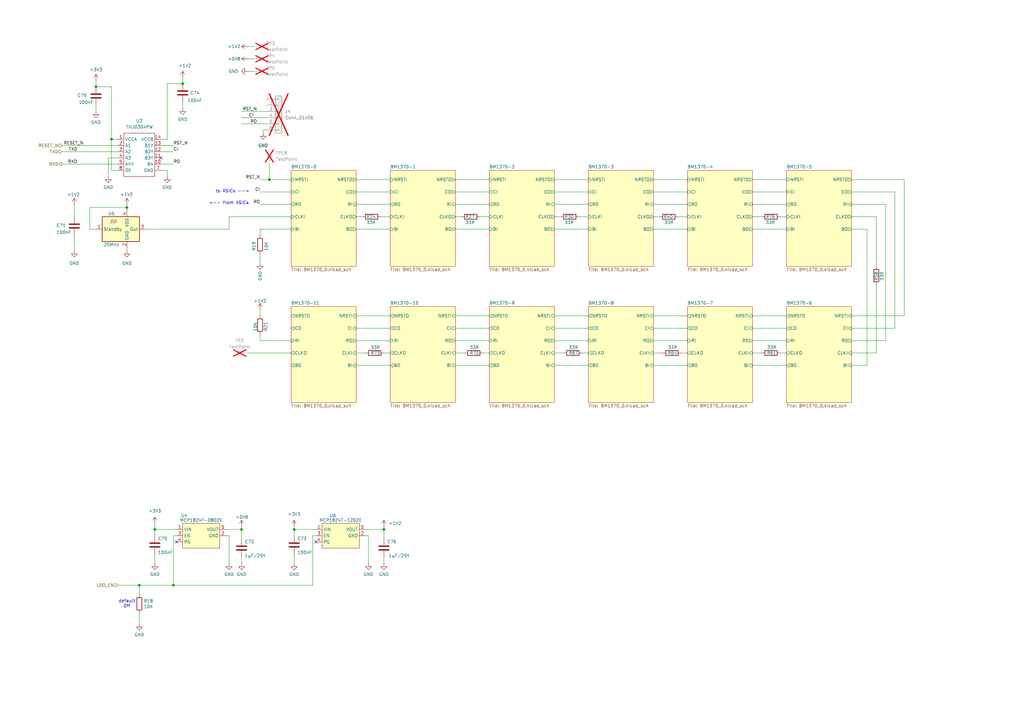
<source format=kicad_sch>
(kicad_sch (version 20231120) (generator "eeschema") (generator_version "8.0")
  (paper "A3")
  (title_block (title "BM1366 PiAxe") (date "2023-10-10") (rev "202"))
  (lib_symbols
    (symbol "Connector:TestPoint" (pin_numbers hide) (pin_names (offset 0.762) hide)
      (property "Reference" "TP" (at 0 6.858 0))
      (property "Value" "TestPoint" (at 0 5.08 0))
      (symbol "TestPoint_0_1"
        (circle (center 0 3.302) (radius 0.762))
      )
      (symbol "TestPoint_1_1"
        (pin passive line (at 0 0 90) (length 2.54) (name "1") (number "1"))
      )
    )
    (symbol "Connector_Generic:Conn_01x06" (pin_names (offset 1.016) hide)
      (property "Reference" "J" (at 0 7.62 0))
      (property "Value" "Conn_01x06" (at 0 -10.16 0))
      (symbol "Conn_01x06_1_1"
        (rectangle (start -1.27 -7.493) (end 0 -7.747) (stroke (width 0.1524)))
        (rectangle (start -1.27 -4.953) (end 0 -5.207) (stroke (width 0.1524)))
        (rectangle (start -1.27 -2.413) (end 0 -2.667) (stroke (width 0.1524)))
        (rectangle (start -1.27 0.127) (end 0 -0.127) (stroke (width 0.1524)))
        (rectangle (start -1.27 2.667) (end 0 2.413) (stroke (width 0.1524)))
        (rectangle (start -1.27 5.207) (end 0 4.953) (stroke (width 0.1524)))
        (rectangle (start -1.27 6.35) (end 1.27 -8.89) (stroke (width 0.254)) (fill (type background)))
        (pin passive line (at -5.08 5.08 0) (length 3.81) (name "Pin_1") (number "1"))
        (pin passive line (at -5.08 2.54 0) (length 3.81) (name "Pin_2") (number "2"))
        (pin passive line (at -5.08 0 0) (length 3.81) (name "Pin_3") (number "3"))
        (pin passive line (at -5.08 -2.54 0) (length 3.81) (name "Pin_4") (number "4"))
        (pin passive line (at -5.08 -5.08 0) (length 3.81) (name "Pin_5") (number "5"))
        (pin passive line (at -5.08 -7.62 0) (length 3.81) (name "Pin_6") (number "6"))
      )
    )
    (symbol "Device:C" (pin_numbers hide) (pin_names (offset 0.254))
      (property "Reference" "C" (at 0.635 2.54 0))
      (property "Value" "C" (at 0.635 -2.54 0))
      (symbol "C_0_1"
        (polyline (pts (xy -2.032 -0.762) (xy 2.032 -0.762)) (stroke (width 0.508)))
        (polyline (pts (xy -2.032 0.762) (xy 2.032 0.762)) (stroke (width 0.508)))
      )
      (symbol "C_1_1"
        (pin passive line (at 0 3.81 270) (length 2.794) (name "~") (number "1"))
        (pin passive line (at 0 -3.81 90) (length 2.794) (name "~") (number "2"))
      )
    )
    (symbol "Device:R" (pin_numbers hide) (pin_names (offset 0))
      (property "Reference" "R" (at 2.032 0 90))
      (property "Value" "R" (at 0 0 90))
      (symbol "R_0_1"
        (rectangle (start -1.016 -2.54) (end 1.016 2.54) (stroke (width 0.254)))
      )
      (symbol "R_1_1"
        (pin passive line (at 0 3.81 270) (length 1.27) (name "~") (number "1"))
        (pin passive line (at 0 -3.81 90) (length 1.27) (name "~") (number "2"))
      )
    )
    (symbol "GND_2" (power) (pin_names (offset 0))
      (property "Value" "GND_2" (at 0 -3.81 0))
      (symbol "GND_2_0_1"
        (polyline (pts (xy 0 0) (xy 0 -1.27) (xy 1.27 -1.27) (xy 0 -2.54) (xy -1.27 -1.27) (xy 0 -1.27)))
      )
      (symbol "GND_2_1_1"
        (pin power_in line (at 0 0 270) (length 0) hide (name "GND") (number "1"))
      )
    )
    (symbol "GND_3" (power) (pin_names (offset 0))
      (property "Value" "GND_3" (at 0 -3.81 0))
      (symbol "GND_3_0_1"
        (polyline (pts (xy 0 0) (xy 0 -1.27) (xy 1.27 -1.27) (xy 0 -2.54) (xy -1.27 -1.27) (xy 0 -1.27)))
      )
      (symbol "GND_3_1_1"
        (pin power_in line (at 0 0 270) (length 0) hide (name "GND") (number "1"))
      )
    )
    (symbol "GND_4" (power) (pin_names (offset 0))
      (property "Value" "GND_4" (at 0 -3.81 0))
      (symbol "GND_4_0_1"
        (polyline (pts (xy 0 0) (xy 0 -1.27) (xy 1.27 -1.27) (xy 0 -2.54) (xy -1.27 -1.27) (xy 0 -1.27)))
      )
      (symbol "GND_4_1_1"
        (pin power_in line (at 0 0 270) (length 0) hide (name "GND") (number "1"))
      )
    )
    (symbol "GND_5" (power) (pin_names (offset 0))
      (property "Value" "GND_5" (at 0 -3.81 0))
      (symbol "GND_5_0_1"
        (polyline (pts (xy 0 0) (xy 0 -1.27) (xy 1.27 -1.27) (xy 0 -2.54) (xy -1.27 -1.27) (xy 0 -1.27)))
      )
      (symbol "GND_5_1_1"
        (pin power_in line (at 0 0 270) (length 0) hide (name "GND") (number "1"))
      )
    )
    (symbol "GND_8" (power) (pin_names (offset 0))
      (property "Value" "GND_8" (at 0 -3.81 0))
      (symbol "GND_8_0_1"
        (polyline (pts (xy 0 0) (xy 0 -1.27) (xy 1.27 -1.27) (xy 0 -2.54) (xy -1.27 -1.27) (xy 0 -1.27)))
      )
      (symbol "GND_8_1_1"
        (pin power_in line (at 0 0 270) (length 0) hide (name "GND") (number "1"))
      )
    )
    (symbol "MCP1824_1"
      (property "Reference" "U4" (at -6.985 6.985 0))
      (property "Value" "MCP1824T-0802E" (at 0 5.08 0))
      (symbol "MCP1824_1_0_1"
        (rectangle (start -7.62 3.81) (end 7.62 -6.35) (stroke (width 0.1524)) (fill (type background)))
      )
      (symbol "MCP1824_1_1_0"
        (pin power_in line (at -10.16 1.27 0) (length 2.54) (name "VIN") (number "1"))
        (pin power_in line (at 10.16 -1.27 180) (length 2.54) (name "GND") (number "2"))
        (pin input line (at -10.16 -1.27 0) (length 2.54) (name "EN") (number "3"))
        (pin bidirectional line (at -10.16 -3.81 0) (length 2.54) (name "PG") (number "4"))
        (pin power_out line (at 10.16 1.27 180) (length 2.54) (name "VOUT") (number "5"))
      )
    )
    (symbol "Oscillator:ASDMB-xxxMHz"
      (property "Reference" "U" (at -6.35 6.35 0))
      (property "Value" "ASDMB-xxxMHz" (at 11.43 6.35 0))
      (symbol "ASDMB-xxxMHz_1_1"
        (rectangle (start -7.62 5.08) (end 7.62 -5.08) (stroke (width 0.254)) (fill (type background)))
        (polyline (pts (xy -4.445 2.54) (xy -3.81 2.54) (xy -3.81 3.81) (xy -3.175 3.81) (xy -3.175 2.54) (xy -2.54 2.54) (xy -2.54 3.81) (xy -1.905 3.81) (xy -1.905 2.54)))
        (pin input line (at -10.16 0 0) (length 2.54) (name "Standby") (number "1"))
        (pin power_in line (at 2.54 -7.62 90) (length 2.54) (name "GND") (number "2"))
        (pin output line (at 10.16 0 180) (length 2.54) (name "Out") (number "3"))
        (pin power_in line (at 2.54 7.62 270) (length 2.54) (name "VDD") (number "4"))
      )
    )
    (symbol "bitaxe:MCP1824"
      (property "Reference" "U7" (at -3.175 6.985 0))
      (property "Value" "MCP1824T-1802E" (at 0 5.08 0))
      (symbol "MCP1824_0_1"
        (rectangle (start -7.62 3.81) (end 7.62 -6.35) (stroke (width 0.1524)) (fill (type background)))
      )
      (symbol "MCP1824_1_0"
        (pin power_in line (at -10.16 1.27 0) (length 2.54) (name "VIN") (number "1"))
        (pin power_in line (at 10.16 -1.27 180) (length 2.54) (name "GND") (number "2"))
        (pin input line (at -10.16 -1.27 0) (length 2.54) (name "EN") (number "3"))
        (pin bidirectional line (at -10.16 -3.81 0) (length 2.54) (name "PG") (number "4"))
        (pin power_out line (at 10.16 1.27 180) (length 2.54) (name "VOUT") (number "5"))
      )
    )
    (symbol "mylib7:+0V8" (power) (exclude_from_sim yes) (in_bom no) (on_board no)
      (property "Value" "+0V8" (at 0 3.175 90))
      (symbol "+0V8_0_1"
        (polyline (pts (xy -0.762 1.27) (xy 0 2.54)))
        (polyline (pts (xy 0 0) (xy 0 2.54)))
        (polyline (pts (xy 0 2.54) (xy 0.762 1.27)))
      )
      (symbol "+0V8_1_1"
        (pin power_in line (at 0 0 90) (length 0) hide (name "+0V8") (number "1"))
      )
    )
    (symbol "mylib7:TXU0304"
      (property "Reference" "U" (at -1.27 8.382 0))
      (property "Value" "TXU0304PW" (at -10.16 2.54 0))
      (symbol "TXU0304_0_1"
        (rectangle (start -7.62 7.62) (end 5.08 -10.16))
      )
      (symbol "TXU0304_1_1"
        (pin power_in line (at -10.16 5.08 0) (length 2.54) (name "VCCA") (number "1"))
        (pin input line (at 7.62 -5.08 180) (length 2.54) (name "B4") (number "10"))
        (pin output line (at 7.62 -2.54 180) (length 2.54) (name "B3Y") (number "11"))
        (pin output line (at 7.62 0 180) (length 2.54) (name "B2Y") (number "12"))
        (pin output line (at 7.62 2.54 180) (length 2.54) (name "B1Y") (number "13"))
        (pin power_in line (at 7.62 5.08 180) (length 2.54) (name "VCCB") (number "14"))
        (pin input line (at -10.16 2.54 0) (length 2.54) (name "A1") (number "2"))
        (pin input line (at -10.16 0 0) (length 2.54) (name "A2") (number "3"))
        (pin input line (at -10.16 -2.54 0) (length 2.54) (name "A3") (number "4"))
        (pin output line (at -10.16 -5.08 0) (length 2.54) (name "A4Y") (number "5"))
        (pin passive line (at 7.62 -7.62 180) (length 2.54) (name "GND") (number "7"))
        (pin input line (at -10.16 -7.62 0) (length 2.54) (name "OE") (number "8"))
      )
    )
    (symbol "power:+1V2" (power) (pin_numbers hide) (pin_names (offset 0) hide)
      (property "Value" "+1V2" (at 0 3.556 0))
      (symbol "+1V2_0_1"
        (polyline (pts (xy -0.762 1.27) (xy 0 2.54)))
        (polyline (pts (xy 0 0) (xy 0 2.54)))
        (polyline (pts (xy 0 2.54) (xy 0.762 1.27)))
      )
      (symbol "+1V2_1_1"
        (pin power_in line (at 0 0 90) (length 0) (name "~") (number "1"))
      )
    )
    (symbol "power:+3V3" (power) (pin_names (offset 0))
      (property "Value" "+3V3" (at 0 3.556 0))
      (symbol "+3V3_0_1"
        (polyline (pts (xy -0.762 1.27) (xy 0 2.54)))
        (polyline (pts (xy 0 0) (xy 0 2.54)))
        (polyline (pts (xy 0 2.54) (xy 0.762 1.27)))
      )
      (symbol "+3V3_1_1"
        (pin power_in line (at 0 0 90) (length 0) hide (name "+3V3") (number "1"))
      )
    )
    (symbol "power:GND" (power) (pin_names (offset 0))
      (property "Value" "GND" (at 0 -3.81 0))
      (symbol "GND_0_1"
        (polyline (pts (xy 0 0) (xy 0 -1.27) (xy 1.27 -1.27) (xy 0 -2.54) (xy -1.27 -1.27) (xy 0 -1.27)))
      )
      (symbol "GND_1_1"
        (pin power_in line (at 0 0 270) (length 0) hide (name "GND") (number "1"))
      )
    )
  )
  (junction (at 63.5 217.17) (diameter 0.9144))
  (junction (at 39.37 35.56))
  (junction (at 45.72 57.15))
  (junction (at 120.65 217.17) (diameter 0.9144))
  (junction (at 157.48 217.17))
  (junction (at 52.07 85.09))
  (junction (at 99.06 217.17) (diameter 0.9144))
  (junction (at 74.93 34.29))
  (junction (at 110.49 73.66))
  (junction (at 57.15 240.03))
  (junction (at 71.12 240.03))
  (no_connect (at 66.04 64.77))
  (no_connect (at 129.54 222.25))
  (no_connect (at 72.39 222.25))
  (wire (pts (xy 227.33 139.7) (xy 241.3 139.7)))
  (wire (pts (xy 52.07 85.09) (xy 52.07 86.36)))
  (wire (pts (xy 186.69 93.98) (xy 200.66 93.98)))
  (wire (pts (xy 267.97 88.9) (xy 270.51 88.9)))
  (wire (pts (xy 93.98 93.98) (xy 93.98 88.9)))
  (wire (pts (xy 186.69 78.74) (xy 200.66 78.74)))
  (wire (pts (xy 52.07 83.82) (xy 52.07 85.09)))
  (wire (pts (xy 363.22 83.82) (xy 363.22 139.7)))
  (wire (pts (xy 355.6 93.98) (xy 355.6 149.86)))
  (wire (pts (xy 68.58 34.29) (xy 68.58 57.15)))
  (wire (pts (xy 101.6 144.78) (xy 119.38 144.78)))
  (wire (pts (xy 30.48 83.82) (xy 30.48 88.9)))
  (wire (pts (xy 157.48 217.17) (xy 157.48 220.98)))
  (wire (pts (xy 227.33 93.98) (xy 241.3 93.98)))
  (wire (pts (xy 71.12 59.69) (xy 66.04 59.69)))
  (wire (pts (xy 227.33 88.9) (xy 229.87 88.9)))
  (wire (pts (xy 101.6 24.13) (xy 104.14 24.13)))
  (wire (pts (xy 25.4 59.69) (xy 48.26 59.69)))
  (wire (pts (xy 308.61 134.62) (xy 322.58 134.62)))
  (wire (pts (xy 156.21 88.9) (xy 160.02 88.9)))
  (wire (pts (xy 157.48 228.6) (xy 157.48 231.14)))
  (wire (pts (xy 99.06 217.17) (xy 99.06 220.98)))
  (wire (pts (xy 186.69 83.82) (xy 200.66 83.82)))
  (wire (pts (xy 267.97 73.66) (xy 281.94 73.66)))
  (wire (pts (xy 68.58 34.29) (xy 74.93 34.29)))
  (wire (pts (xy 36.83 85.09) (xy 36.83 93.98)))
  (wire (pts (xy 238.76 144.78) (xy 241.3 144.78)))
  (wire (pts (xy 186.69 149.86) (xy 200.66 149.86)))
  (wire (pts (xy 44.45 64.77) (xy 48.26 64.77)))
  (wire (pts (xy 128.27 219.71) (xy 128.27 240.03)))
  (wire (pts (xy 149.86 217.17) (xy 157.48 217.17)))
  (wire (pts (xy 308.61 93.98) (xy 322.58 93.98)))
  (wire (pts (xy 146.05 139.7) (xy 160.02 139.7)))
  (wire (pts (xy 63.5 217.17) (xy 63.5 219.71)))
  (wire (pts (xy 128.27 219.71) (xy 129.54 219.71)))
  (wire (pts (xy 151.13 219.71) (xy 149.86 219.71)))
  (wire (pts (xy 267.97 93.98) (xy 281.94 93.98)))
  (wire (pts (xy 349.25 134.62) (xy 367.03 134.62)))
  (wire (pts (xy 370.84 129.54) (xy 370.84 73.66)))
  (wire (pts (xy 52.07 85.09) (xy 36.83 85.09)))
  (wire (pts (xy 106.68 93.98) (xy 119.38 93.98)))
  (wire (pts (xy 227.33 73.66) (xy 241.3 73.66)))
  (wire (pts (xy 227.33 78.74) (xy 241.3 78.74)))
  (wire (pts (xy 146.05 88.9) (xy 148.59 88.9)))
  (wire (pts (xy 349.25 139.7) (xy 363.22 139.7)))
  (wire (pts (xy 30.48 96.52) (xy 30.48 102.87)))
  (wire (pts (xy 59.69 93.98) (xy 93.98 93.98)))
  (wire (pts (xy 308.61 149.86) (xy 322.58 149.86)))
  (wire (pts (xy 120.65 227.33) (xy 120.65 231.14)))
  (wire (pts (xy 349.25 144.78) (xy 359.41 144.78)))
  (wire (pts (xy 349.25 93.98) (xy 355.6 93.98)))
  (wire (pts (xy 48.26 240.03) (xy 57.15 240.03)))
  (wire (pts (xy 308.61 83.82) (xy 322.58 83.82)))
  (wire (pts (xy 146.05 129.54) (xy 160.02 129.54)))
  (wire (pts (xy 63.5 227.33) (xy 63.5 231.14)))
  (wire (pts (xy 68.58 57.15) (xy 66.04 57.15)))
  (wire (pts (xy 36.83 93.98) (xy 39.37 93.98)))
  (wire (pts (xy 39.37 43.18) (xy 39.37 45.72)))
  (wire (pts (xy 93.98 219.71) (xy 92.71 219.71)))
  (wire (pts (xy 107.95 53.34) (xy 109.22 53.34)))
  (wire (pts (xy 106.68 96.52) (xy 106.68 93.98)))
  (wire (pts (xy 45.72 35.56) (xy 45.72 57.15)))
  (wire (pts (xy 120.65 215.9) (xy 120.65 217.17)))
  (wire (pts (xy 359.41 116.84) (xy 359.41 144.78)))
  (wire (pts (xy 106.68 107.95) (xy 106.68 104.14)))
  (wire (pts (xy 308.61 129.54) (xy 322.58 129.54)))
  (wire (pts (xy 106.68 78.74) (xy 119.38 78.74)))
  (wire (pts (xy 308.61 73.66) (xy 322.58 73.66)))
  (wire (pts (xy 308.61 78.74) (xy 322.58 78.74)))
  (wire (pts (xy 120.65 217.17) (xy 120.65 219.71)))
  (wire (pts (xy 227.33 129.54) (xy 241.3 129.54)))
  (wire (pts (xy 106.68 73.66) (xy 110.49 73.66)))
  (wire (pts (xy 349.25 149.86) (xy 355.6 149.86)))
  (wire (pts (xy 227.33 83.82) (xy 241.3 83.82)))
  (wire (pts (xy 57.15 240.03) (xy 57.15 243.84)))
  (wire (pts (xy 63.5 214.63) (xy 63.5 217.17)))
  (wire (pts (xy 93.98 88.9) (xy 119.38 88.9)))
  (wire (pts (xy 146.05 134.62) (xy 160.02 134.62)))
  (wire (pts (xy 308.61 144.78) (xy 312.42 144.78)))
  (wire (pts (xy 267.97 78.74) (xy 281.94 78.74)))
  (wire (pts (xy 106.68 139.7) (xy 106.68 137.16)))
  (wire (pts (xy 198.12 144.78) (xy 200.66 144.78)))
  (wire (pts (xy 196.85 88.9) (xy 200.66 88.9)))
  (wire (pts (xy 71.12 219.71) (xy 71.12 240.03)))
  (wire (pts (xy 157.48 215.9) (xy 157.48 217.17)))
  (wire (pts (xy 110.49 73.66) (xy 119.38 73.66)))
  (wire (pts (xy 146.05 149.86) (xy 160.02 149.86)))
  (wire (pts (xy 279.4 144.78) (xy 281.94 144.78)))
  (wire (pts (xy 110.49 67.31) (xy 110.49 73.66)))
  (wire (pts (xy 92.71 217.17) (xy 99.06 217.17)))
  (wire (pts (xy 227.33 149.86) (xy 241.3 149.86)))
  (wire (pts (xy 45.72 57.15) (xy 48.26 57.15)))
  (wire (pts (xy 45.72 35.56) (xy 39.37 35.56)))
  (wire (pts (xy 99.06 215.9) (xy 99.06 217.17)))
  (wire (pts (xy 71.12 67.31) (xy 66.04 67.31)))
  (wire (pts (xy 48.26 69.85) (xy 45.72 69.85)))
  (wire (pts (xy 39.37 33.02) (xy 39.37 35.56)))
  (wire (pts (xy 186.69 134.62) (xy 200.66 134.62)))
  (wire (pts (xy 107.95 54.61) (xy 107.95 53.34)))
  (wire (pts (xy 120.65 217.17) (xy 129.54 217.17)))
  (wire (pts (xy 44.45 72.39) (xy 44.45 64.77)))
  (wire (pts (xy 146.05 93.98) (xy 160.02 93.98)))
  (wire (pts (xy 74.93 31.75) (xy 74.93 34.29)))
  (wire (pts (xy 106.68 83.82) (xy 119.38 83.82)))
  (wire (pts (xy 72.39 219.71) (xy 71.12 219.71)))
  (wire (pts (xy 349.25 129.54) (xy 370.84 129.54)))
  (wire (pts (xy 267.97 83.82) (xy 281.94 83.82)))
  (wire (pts (xy 66.04 69.85) (xy 68.58 69.85)))
  (wire (pts (xy 308.61 139.7) (xy 322.58 139.7)))
  (wire (pts (xy 359.41 88.9) (xy 359.41 109.22)))
  (wire (pts (xy 99.06 48.26) (xy 109.22 48.26)))
  (wire (pts (xy 367.03 78.74) (xy 367.03 134.62)))
  (wire (pts (xy 106.68 129.54) (xy 106.68 127)))
  (wire (pts (xy 308.61 88.9) (xy 312.42 88.9)))
  (wire (pts (xy 68.58 69.85) (xy 68.58 72.39)))
  (wire (pts (xy 93.98 219.71) (xy 93.98 231.14)))
  (wire (pts (xy 57.15 251.46) (xy 57.15 255.905)))
  (wire (pts (xy 267.97 129.54) (xy 281.94 129.54)))
  (wire (pts (xy 151.13 219.71) (xy 151.13 231.14)))
  (wire (pts (xy 227.33 134.62) (xy 241.3 134.62)))
  (wire (pts (xy 267.97 139.7) (xy 281.94 139.7)))
  (wire (pts (xy 349.25 78.74) (xy 367.03 78.74)))
  (wire (pts (xy 99.06 45.72) (xy 109.22 45.72)))
  (wire (pts (xy 278.13 88.9) (xy 281.94 88.9)))
  (wire (pts (xy 227.33 144.78) (xy 231.14 144.78)))
  (wire (pts (xy 186.69 144.78) (xy 190.5 144.78)))
  (wire (pts (xy 320.04 144.78) (xy 322.58 144.78)))
  (wire (pts (xy 52.07 101.6) (xy 52.07 102.87)))
  (wire (pts (xy 370.84 73.66) (xy 349.25 73.66)))
  (wire (pts (xy 237.49 88.9) (xy 241.3 88.9)))
  (wire (pts (xy 186.69 129.54) (xy 200.66 129.54)))
  (wire (pts (xy 146.05 83.82) (xy 160.02 83.82)))
  (wire (pts (xy 349.25 88.9) (xy 359.41 88.9)))
  (wire (pts (xy 157.48 144.78) (xy 160.02 144.78)))
  (wire (pts (xy 71.12 62.23) (xy 66.04 62.23)))
  (wire (pts (xy 101.6 19.05) (xy 104.14 19.05)))
  (wire (pts (xy 186.69 139.7) (xy 200.66 139.7)))
  (wire (pts (xy 320.04 88.9) (xy 322.58 88.9)))
  (wire (pts (xy 25.4 67.31) (xy 48.26 67.31)))
  (wire (pts (xy 349.25 83.82) (xy 363.22 83.82)))
  (wire (pts (xy 146.05 78.74) (xy 160.02 78.74)))
  (wire (pts (xy 146.05 73.66) (xy 160.02 73.66)))
  (wire (pts (xy 146.05 144.78) (xy 149.86 144.78)))
  (wire (pts (xy 99.06 228.6) (xy 99.06 231.14)))
  (wire (pts (xy 25.4 62.23) (xy 48.26 62.23)))
  (wire (pts (xy 267.97 144.78) (xy 271.78 144.78)))
  (wire (pts (xy 267.97 134.62) (xy 281.94 134.62)))
  (wire (pts (xy 63.5 217.17) (xy 72.39 217.17)))
  (wire (pts (xy 106.68 139.7) (xy 119.38 139.7)))
  (wire (pts (xy 101.6 29.21) (xy 104.14 29.21)))
  (wire (pts (xy 74.93 41.91) (xy 74.93 44.45)))
  (wire (pts (xy 267.97 149.86) (xy 281.94 149.86)))
  (wire (pts (xy 186.69 73.66) (xy 200.66 73.66)))
  (wire (pts (xy 99.06 50.8) (xy 109.22 50.8)))
  (wire (pts (xy 186.69 88.9) (xy 189.23 88.9)))
  (wire (pts (xy 57.15 240.03) (xy 71.12 240.03)))
  (wire (pts (xy 45.72 69.85) (xy 45.72 57.15)))
  (wire (pts (xy 71.12 240.03) (xy 128.27 240.03)))
  (text "default\nOff" (at 52.07 247.65 0) (effects (font (size 1.27 1.27))))
  (text "to ASICs -->" (at 88.392 78.486 0) (effects (font (size 1.27 1.27)) (justify left)))
  (text "<-- from ASICs" (at 102.108 83.312 0) (effects (font (size 1.27 1.27)) (justify right)))
  (label "CI" (at 71.12 62.23 0))
  (label "RST_N" (at 106.68 73.66 180))
  (label "RO" (at 71.12 67.31 0))
  (label "RST_N" (at 105.41 45.72 180))
  (label "RO" (at 106.68 83.82 180))
  (label "CI" (at 104.14 48.26 180))
  (label "RST_N" (at 71.12 59.69 0))
  (label "RESET_N" (at 34.29 59.69 180))
  (label "RXD" (at 31.75 67.31 180))
  (label "RO" (at 105.41 50.8 180))
  (label "CI" (at 106.68 78.74 180))
  (label "TXD" (at 31.75 62.23 180))
  (hierarchical_label "RESET_N" (shape input) (at 25.4 59.69 180))
  (hierarchical_label "LDO_EN" (shape input) (at 48.26 240.03 180))
  (hierarchical_label "TXD" (shape input) (at 25.4 62.23 180))
  (hierarchical_label "RXD" (shape output) (at 25.4 67.31 180))
  (symbol (lib_id "Connector:TestPoint") (at 110.49 67.31 0) (unit 1) (dnp yes)
    (property "Reference" "TP18" (at 113.03 62.7379 0) (effects (justify left)))
    (property "Value" "TestPoint" (at 113.03 65.2779 0) (effects (justify left)))
    (property "Footprint" "TestPoint:TestPoint_Pad_D1.0mm" (effects (hide yes)))
    (property "Description" "test point" (effects (hide yes)))
  )
  (symbol (lib_id "Device:C") (at 157.48 224.79 0) (unit 1)
    (property "Reference" "C76" (at 158.75 222.885 0) (effects (justify left bottom)))
    (property "Value" "1µF/25V" (at 159.385 228.6 0) (effects (justify left bottom)))
    (property "Footprint" "Capacitor_SMD:C_0805_2012Metric" (effects (hide yes)))
    (property "Manufacturer" "CL21B105KAFNNNE" (effects (hide yes)))
    (property "P/N MOUSER" "187-CL21B105KAFNNNE" (effects (hide yes)))
    (property "P/N LCSC" "C344171" (effects (hide yes)))
  )
  (symbol (lib_id "Device:R") (at 234.95 144.78 270) (mirror x) (unit 1)
    (property "Reference" "R67" (at 235.204 144.78 90))
    (property "Value" "33R" (at 235.204 142.494 90))
    (property "Footprint" "Resistor_SMD:R_0402_1005Metric_Pad0.72x0.64mm_HandSolder" (effects (hide yes)))
    (property "Manufacturer" "CR0402-FX-33R0GLF" (effects (hide yes)))
    (property "P/N MOUSER" "652-CR0402FX-33R0GLF" (effects (hide yes)))
    (property "P/N LCSC" "C102986" (effects (hide yes)))
  )
  (symbol (lib_id "power:GND") (at 74.93 44.45 0) (mirror y) (unit 1)
    (property "Reference" "#PWR0112" (effects (hide yes)))
    (property "Value" "GND" (at 74.93 48.895 0))
  )
  (symbol (lib_id "power:+1V2") (at 106.68 127 0) (unit 1)
    (property "Reference" "#PWR030" (effects (hide yes)))
    (property "Value" "+1V2" (at 106.68 123.444 0))
    (property "Description" "Power symbol creates a global label with name \"+1V2\"" (effects (hide yes)))
  )
  (symbol (lib_id "power:+1V2") (at 52.07 83.82 0) (unit 1)
    (property "Reference" "#PWR0107" (effects (hide yes)))
    (property "Value" "+1V2" (at 49.276 79.756 0) (effects (justify left)))
    (property "Description" "Power symbol creates a global label with name \"+1V2\"" (effects (hide yes)))
  )
  (symbol (lib_id "power:+1V2") (at 74.93 31.75 0) (unit 1)
    (property "Reference" "#PWR0111" (effects (hide yes)))
    (property "Value" "+1V2" (at 73.152 26.924 0) (effects (justify left)))
    (property "Description" "Power symbol creates a global label with name \"+1V2\"" (effects (hide yes)))
  )
  (symbol (lib_id "power:+1V2") (at 101.6 19.05 90) (unit 1)
    (property "Reference" "#PWR094" (effects (hide yes)))
    (property "Value" "+1V2" (at 96.012 19.05 90))
    (property "Description" "Power symbol creates a global label with name \"+1V2\"" (effects (hide yes)))
  )
  (symbol (lib_id "power:+3V3") (at 120.65 215.9 0) (unit 1)
    (property "Reference" "#PWR0109" (effects (hide yes)))
    (property "Value" "+3V3" (at 120.65 210.82 0))
  )
  (symbol (lib_name "MCP1824_1") (lib_id "bitaxe:MCP1824") (at 82.55 218.44 0) (unit 1)
    (property "Reference" "U4" (at 75.565 211.455 0))
    (property "Value" "MCP1824T-0802E" (at 82.55 213.36 0))
    (property "Footprint" "Package_TO_SOT_SMD:SOT-23-5" (effects (hide yes)))
    (property "Datasheet" "https://ww1.microchip.com/downloads/en/DeviceDoc/22070a.pdf" (effects (hide yes)))
    (property "Manufacturer" "MCP1824T-0802E/OT" (effects (hide yes)))
    (property "P/N DIGIKEY" "MCP1824T-0802E/OTCT-ND" (effects (hide yes)))
    (property "P/N MOUSER" "579-MCP1824T-0802EOT" (effects (hide yes)))
    (property "P/N LCSC" "C625460" (effects (hide yes)))
  )
  (symbol (lib_id "power:GND") (at 57.15 255.905 0) (mirror y) (unit 1)
    (property "Reference" "#PWR096" (effects (hide yes)))
    (property "Value" "GND" (at 57.15 260.35 0))
  )
  (symbol (lib_id "Device:R") (at 359.41 113.03 0) (mirror x) (unit 1)
    (property "Reference" "R58" (at 359.41 113.284 90))
    (property "Value" "33R" (at 361.696 113.284 90))
    (property "Footprint" "Resistor_SMD:R_0402_1005Metric_Pad0.72x0.64mm_HandSolder" (effects (hide yes)))
    (property "Manufacturer" "CR0402-FX-33R0GLF" (effects (hide yes)))
    (property "P/N MOUSER" "652-CR0402FX-33R0GLF" (effects (hide yes)))
    (property "P/N LCSC" "C102986" (effects (hide yes)))
  )
  (symbol (lib_id "power:+3V3") (at 63.5 214.63 0) (unit 1)
    (property "Reference" "#PWR097" (effects (hide yes)))
    (property "Value" "+3V3" (at 63.5 209.55 0))
  )
  (symbol (lib_id "power:+1V2") (at 157.48 215.9 0) (unit 1)
    (property "Reference" "#PWR0117" (effects (hide yes)))
    (property "Value" "+1V2" (at 159.385 214.6299 0) (effects (justify left)))
    (property "Description" "Power symbol creates a global label with name \"+1V2\"" (effects (hide yes)))
  )
  (symbol (lib_id "Device:C") (at 120.65 223.52 0) (unit 1)
    (property "Reference" "C73" (at 121.92 221.615 0) (effects (justify left bottom)))
    (property "Value" "100nF" (at 121.92 227.33 0) (effects (justify left bottom)))
    (property "Footprint" "Capacitor_SMD:C_0805_2012Metric" (effects (hide yes)))
    (property "Manufacturer" "0805B104M101CT" (effects (hide yes)))
    (property "P/N DIGIKEY" "311-3037-1-ND" (effects (hide yes)))
    (property "P/N MOUSER" "791-0805B104M101CT" (effects (hide yes)))
    (property "P/N LCSC" "C476766" (effects (hide yes)))
  )
  (symbol (lib_id "mylib7:TXU0304") (at 58.42 62.23 0) (unit 1)
    (property "Reference" "U3" (at 57.15 49.53 0))
    (property "Value" "TXU0304PW" (at 57.15 52.07 0))
    (property "Footprint" "Package_SO:TSSOP-14-1EP_4.4x5mm_P0.65mm" (effects (hide yes)))
    (property "Manufacturer" "TXU0304PWR" (effects (hide yes)))
    (property "P/N DIGIKEY" "296-TXU0304PWRCT-ND" (effects (hide yes)))
    (property "P/N MOUSER" "595-TXU0304PWR" (effects (hide yes)))
    (property "P/N LCSC" "C4364118" (effects (hide yes)))
  )
  (symbol (lib_id "Device:C") (at 63.5 223.52 0) (unit 1)
    (property "Reference" "C70" (at 64.77 221.615 0) (effects (justify left bottom)))
    (property "Value" "100nF" (at 64.77 227.33 0) (effects (justify left bottom)))
    (property "Footprint" "Capacitor_SMD:C_0805_2012Metric" (effects (hide yes)))
    (property "Manufacturer" "0805B104M101CT" (effects (hide yes)))
    (property "P/N DIGIKEY" "311-3037-1-ND" (effects (hide yes)))
    (property "P/N MOUSER" "791-0805B104M101CT" (effects (hide yes)))
    (property "P/N LCSC" "C476766" (effects (hide yes)))
  )
  (symbol (lib_id "Device:R") (at 153.67 144.78 270) (mirror x) (unit 1)
    (property "Reference" "R73" (at 153.924 144.78 90))
    (property "Value" "33R" (at 153.924 142.494 90))
    (property "Footprint" "Resistor_SMD:R_0402_1005Metric_Pad0.72x0.64mm_HandSolder" (effects (hide yes)))
    (property "Manufacturer" "CR0402-FX-33R0GLF" (effects (hide yes)))
    (property "P/N MOUSER" "652-CR0402FX-33R0GLF" (effects (hide yes)))
    (property "P/N LCSC" "C102986" (effects (hide yes)))
  )
  (symbol (lib_id "power:GND") (at 151.13 231.14 0) (mirror y) (unit 1)
    (property "Reference" "#PWR0116" (effects (hide yes)))
    (property "Value" "GND" (at 151.13 235.585 0))
  )
  (symbol (lib_id "Connector_Generic:Conn_01x06") (at 114.3 45.72 0) (unit 1) (in_bom no) (dnp yes)
    (property "Reference" "J4" (at 116.84 45.72 0) (effects (justify left)))
    (property "Value" "Conn_01x06" (at 116.84 48.26 0) (effects (justify left)))
    (property "Footprint" "Connector_PinHeader_1.27mm:PinHeader_1x06_P1.27mm_Vertical" (effects (hide yes)))
  )
  (symbol (lib_id "power:GND") (at 101.6 29.21 270) (mirror x) (unit 1)
    (property "Reference" "#PWR044" (effects (hide yes)))
    (property "Value" "GND" (at 97.79 29.2099 90) (effects (justify right)))
  )
  (symbol (lib_id "power:+3V3") (at 39.37 33.02 0) (unit 1)
    (property "Reference" "#PWR0114" (effects (hide yes)))
    (property "Value" "+3V3" (at 39.37 28.575 0))
  )
  (symbol (lib_id "Device:C") (at 39.37 39.37 0) (unit 1)
    (property "Reference" "C75" (at 31.75 39.878 0) (effects (justify left bottom)))
    (property "Value" "100nF" (at 32.258 42.672 0) (effects (justify left bottom)))
    (property "Footprint" "Capacitor_SMD:C_0805_2012Metric" (effects (hide yes)))
    (property "Manufacturer" "0805B104M101CT" (effects (hide yes)))
    (property "P/N DIGIKEY" "311-3037-1-ND" (effects (hide yes)))
    (property "P/N MOUSER" "791-0805B104M101CT" (effects (hide yes)))
    (property "P/N LCSC" "C476766" (effects (hide yes)))
  )
  (symbol (lib_id "Device:R") (at 274.32 88.9 90) (mirror x) (unit 1)
    (property "Reference" "R40" (at 274.066 88.9 90))
    (property "Value" "33R" (at 274.32 91.186 90))
    (property "Footprint" "Resistor_SMD:R_0402_1005Metric_Pad0.72x0.64mm_HandSolder" (effects (hide yes)))
    (property "Manufacturer" "CR0402-FX-33R0GLF" (effects (hide yes)))
    (property "P/N MOUSER" "652-CR0402FX-33R0GLF" (effects (hide yes)))
    (property "P/N LCSC" "C102986" (effects (hide yes)))
  )
  (symbol (lib_id "Device:R") (at 193.04 88.9 90) (mirror x) (unit 1)
    (property "Reference" "R27" (at 192.786 88.9 90))
    (property "Value" "33R" (at 192.786 91.186 90))
    (property "Footprint" "Resistor_SMD:R_0402_1005Metric_Pad0.72x0.64mm_HandSolder" (effects (hide yes)))
    (property "Manufacturer" "CR0402-FX-33R0GLF" (effects (hide yes)))
    (property "P/N MOUSER" "652-CR0402FX-33R0GLF" (effects (hide yes)))
    (property "P/N LCSC" "C102986" (effects (hide yes)))
  )
  (symbol (lib_id "mylib7:+0V8") (at 99.06 215.9 0) (unit 1)
    (property "Reference" "#U02" (effects (hide yes)))
    (property "Value" "+0V8" (at 96.52 212.09 0) (effects (justify left)))
    (property "Distributor" "-" (effects (hide yes)))
  )
  (symbol (lib_id "Device:C") (at 30.48 92.71 0) (unit 1)
    (property "Reference" "C71" (at 23.114 93.218 0) (effects (justify left bottom)))
    (property "Value" "100nF" (at 23.114 96.012 0) (effects (justify left bottom)))
    (property "Footprint" "Capacitor_SMD:C_0805_2012Metric" (effects (hide yes)))
    (property "Manufacturer" "0805B104M101CT" (effects (hide yes)))
    (property "P/N DIGIKEY" "311-3037-1-ND" (effects (hide yes)))
    (property "P/N MOUSER" "791-0805B104M101CT" (effects (hide yes)))
    (property "P/N LCSC" "C476766" (effects (hide yes)))
  )
  (symbol (lib_id "Connector:TestPoint") (at 104.14 29.21 270) (unit 1) (dnp yes)
    (property "Reference" "TP5" (at 109.22 27.9399 90) (effects (justify left)))
    (property "Value" "TestPoint" (at 109.22 30.4799 90) (effects (justify left)))
    (property "Footprint" "TestPoint:TestPoint_Pad_D1.0mm" (effects (hide yes)))
    (property "Description" "test point" (effects (hide yes)))
  )
  (symbol (lib_id "bitaxe:MCP1824") (at 139.7 218.44 0) (unit 1)
    (property "Reference" "U6" (at 136.525 211.455 0))
    (property "Value" "MCP1824T-1202E" (at 139.7 213.36 0))
    (property "Footprint" "Package_TO_SOT_SMD:SOT-23-5" (effects (hide yes)))
    (property "Datasheet" "https://ww1.microchip.com/downloads/en/DeviceDoc/22070a.pdf" (effects (hide yes)))
    (property "Manufacturer" "MCP1824T-1202E/OT" (effects (hide yes)))
    (property "P/N DIGIKEY" "MCP1824T-1202E/OTCT-ND" (effects (hide yes)))
    (property "P/N MOUSER" "579-MCP1824T-1202EOT" (effects (hide yes)))
    (property "P/N LCSC" "C625461" (effects (hide yes)))
  )
  (symbol (lib_id "Device:R") (at 275.59 144.78 270) (mirror x) (unit 1)
    (property "Reference" "R64" (at 275.844 144.78 90))
    (property "Value" "33R" (at 275.844 142.494 90))
    (property "Footprint" "Resistor_SMD:R_0402_1005Metric_Pad0.72x0.64mm_HandSolder" (effects (hide yes)))
    (property "Manufacturer" "CR0402-FX-33R0GLF" (effects (hide yes)))
    (property "P/N MOUSER" "652-CR0402FX-33R0GLF" (effects (hide yes)))
    (property "P/N LCSC" "C102986" (effects (hide yes)))
  )
  (symbol (lib_id "power:+1V2") (at 30.48 83.82 0) (unit 1)
    (property "Reference" "#PWR0101" (effects (hide yes)))
    (property "Value" "+1V2" (at 27.432 79.756 0) (effects (justify left)))
    (property "Description" "Power symbol creates a global label with name \"+1V2\"" (effects (hide yes)))
  )
  (symbol (lib_id "power:GND") (at 39.37 45.72 0) (mirror y) (unit 1)
    (property "Reference" "#PWR0115" (effects (hide yes)))
    (property "Value" "GND" (at 39.37 50.165 0))
  )
  (symbol (lib_name "GND_5") (lib_id "power:GND") (at 68.58 72.39 0) (mirror y) (unit 1)
    (property "Reference" "#PWR0104" (effects (hide yes)))
    (property "Value" "GND" (at 68.58 76.835 0))
  )
  (symbol (lib_id "Device:R") (at 316.23 144.78 270) (mirror x) (unit 1)
    (property "Reference" "R61" (at 316.484 144.78 90))
    (property "Value" "33R" (at 316.484 142.494 90))
    (property "Footprint" "Resistor_SMD:R_0402_1005Metric_Pad0.72x0.64mm_HandSolder" (effects (hide yes)))
    (property "Manufacturer" "CR0402-FX-33R0GLF" (effects (hide yes)))
    (property "P/N MOUSER" "652-CR0402FX-33R0GLF" (effects (hide yes)))
    (property "P/N LCSC" "C102986" (effects (hide yes)))
  )
  (symbol (lib_name "GND_2") (lib_id "power:GND") (at 30.48 102.87 0) (unit 1)
    (property "Reference" "#PWR0102" (effects (hide yes)))
    (property "Value" "GND" (at 30.48 107.95 0))
  )
  (symbol (lib_id "power:GND") (at 99.06 231.14 0) (mirror y) (unit 1)
    (property "Reference" "#PWR0106" (effects (hide yes)))
    (property "Value" "GND" (at 99.06 235.585 0))
  )
  (symbol (lib_id "mylib7:+0V8") (at 101.6 24.13 90) (unit 1)
    (property "Reference" "#U01" (effects (hide yes)))
    (property "Value" "+0V8" (at 93.345 24.13 90) (effects (justify right)))
    (property "Distributor" "-" (effects (hide yes)))
  )
  (symbol (lib_name "GND_4") (lib_id "power:GND") (at 106.68 107.95 0) (unit 1)
    (property "Reference" "#PWR0113" (effects (hide yes)))
    (property "Value" "GND" (at 106.68 111.125 90) (effects (justify right)))
  )
  (symbol (lib_id "power:GND") (at 157.48 231.14 0) (mirror y) (unit 1)
    (property "Reference" "#PWR0118" (effects (hide yes)))
    (property "Value" "GND" (at 157.48 235.585 0))
  )
  (symbol (lib_name "GND_3") (lib_id "power:GND") (at 52.07 102.87 0) (unit 1)
    (property "Reference" "#PWR0108" (effects (hide yes)))
    (property "Value" "GND" (at 52.07 107.95 0))
  )
  (symbol (lib_id "Connector:TestPoint") (at 104.14 24.13 270) (unit 1) (dnp yes)
    (property "Reference" "TP4" (at 109.22 22.8599 90) (effects (justify left)))
    (property "Value" "TestPoint" (at 109.22 25.3999 90) (effects (justify left)))
    (property "Footprint" "TestPoint:TestPoint_Pad_D1.0mm" (effects (hide yes)))
    (property "Description" "test point" (effects (hide yes)))
  )
  (symbol (lib_id "Connector:TestPoint") (at 101.6 144.78 90) (unit 1) (dnp yes)
    (property "Reference" "TP2" (at 98.298 139.7 90))
    (property "Value" "TestPoint" (at 98.298 142.24 90))
    (property "Footprint" "TestPoint:TestPoint_Pad_D1.0mm" (effects (hide yes)))
    (property "Description" "test point" (effects (hide yes)))
  )
  (symbol (lib_name "GND_8") (lib_id "power:GND") (at 107.95 54.61 0) (unit 1)
    (property "Reference" "#PWR095" (effects (hide yes)))
    (property "Value" "GND" (at 107.95 59.69 0))
  )
  (symbol (lib_name "GND_5") (lib_id "power:GND") (at 44.45 72.39 0) (mirror y) (unit 1)
    (property "Reference" "#PWR099" (effects (hide yes)))
    (property "Value" "GND" (at 44.45 76.835 0))
  )
  (symbol (lib_id "Device:R") (at 106.68 133.35 180) (unit 1)
    (property "Reference" "R21" (at 108.966 133.858 90))
    (property "Value" "10K" (at 104.775 133.985 90))
    (property "Footprint" "Resistor_SMD:R_0805_2012Metric" (effects (hide yes)))
    (property "Manufacturer" "CRGCQ0805F10K" (effects (hide yes)))
    (property "P/N MOUSER" "279-CRGCQ0805F10K" (effects (hide yes)))
    (property "P/N LCSC" "C84376" (effects (hide yes)))
  )
  (symbol (lib_id "Oscillator:ASDMB-xxxMHz") (at 49.53 93.98 0) (unit 1)
    (property "Reference" "U5" (at 45.72 87.63 0))
    (property "Value" "25MHz" (at 45.72 100.33 0))
    (property "Footprint" "Oscillator:Oscillator_SMD_EuroQuartz_XO32-4Pin_3.2x2.5mm" (effects (hide yes)))
    (property "Datasheet" "https://portal.iqdfrequencyproducts.com/products/pn/LFSPXO076024Reel.pdf" (effects (hide yes)))
    (property "P/N DIGIKEY" "1923-1664-1-ND" (effects (hide yes)))
    (property "Manufacturer" "LFSPXO076024Reel" (effects (hide yes)))
    (property "P/N MOUSER" "449-LFSPXO076024CUTT" (effects (hide yes)))
    (property "P/N LCSC" "C17671752" (effects (hide yes)))
  )
  (symbol (lib_id "power:GND") (at 120.65 231.14 0) (mirror y) (unit 1)
    (property "Reference" "#PWR0110" (effects (hide yes)))
    (property "Value" "GND" (at 120.65 235.585 0))
  )
  (symbol (lib_id "Device:C") (at 99.06 224.79 0) (unit 1)
    (property "Reference" "C72" (at 100.33 222.885 0) (effects (justify left bottom)))
    (property "Value" "1µF/25V" (at 100.33 228.6 0) (effects (justify left bottom)))
    (property "Footprint" "Capacitor_SMD:C_0805_2012Metric" (effects (hide yes)))
    (property "Manufacturer" "CL21B105KAFNNNE" (effects (hide yes)))
    (property "P/N MOUSER" "187-CL21B105KAFNNNE" (effects (hide yes)))
    (property "P/N LCSC" "C344171" (effects (hide yes)))
  )
  (symbol (lib_id "Device:R") (at 316.23 88.9 90) (mirror x) (unit 1)
    (property "Reference" "R76" (at 315.976 88.9 90))
    (property "Value" "33R" (at 315.976 91.186 90))
    (property "Footprint" "Resistor_SMD:R_0402_1005Metric_Pad0.72x0.64mm_HandSolder" (effects (hide yes)))
    (property "Manufacturer" "CR0402-FX-33R0GLF" (effects (hide yes)))
    (property "P/N MOUSER" "652-CR0402FX-33R0GLF" (effects (hide yes)))
    (property "P/N LCSC" "C102986" (effects (hide yes)))
  )
  (symbol (lib_id "Device:R") (at 57.15 247.65 0) (unit 1)
    (property "Reference" "R18" (at 58.928 246.4816 0) (effects (justify left)))
    (property "Value" "10K" (at 58.928 248.793 0) (effects (justify left)))
    (property "Footprint" "Resistor_SMD:R_0805_2012Metric" (effects (hide yes)))
    (property "Manufacturer" "CRGCQ0805F10K" (effects (hide yes)))
    (property "P/N MOUSER" "279-CRGCQ0805F10K" (effects (hide yes)))
    (property "P/N LCSC" "C84376" (effects (hide yes)))
  )
  (symbol (lib_id "Device:R") (at 233.68 88.9 90) (mirror x) (unit 1)
    (property "Reference" "R30" (at 233.426 88.9 90))
    (property "Value" "33R" (at 233.426 91.186 90))
    (property "Footprint" "Resistor_SMD:R_0402_1005Metric_Pad0.72x0.64mm_HandSolder" (effects (hide yes)))
    (property "Manufacturer" "CR0402-FX-33R0GLF" (effects (hide yes)))
    (property "P/N MOUSER" "652-CR0402FX-33R0GLF" (effects (hide yes)))
    (property "P/N LCSC" "C102986" (effects (hide yes)))
  )
  (symbol (lib_id "Device:R") (at 106.68 100.33 180) (unit 1)
    (property "Reference" "R19" (at 104.14 100.965 90))
    (property "Value" "10K" (at 109.22 100.965 90))
    (property "Footprint" "Resistor_SMD:R_0805_2012Metric" (effects (hide yes)))
    (property "Manufacturer" "CRGCQ0805F10K" (effects (hide yes)))
    (property "P/N MOUSER" "279-CRGCQ0805F10K" (effects (hide yes)))
    (property "P/N LCSC" "C84376" (effects (hide yes)))
  )
  (symbol (lib_id "Connector:TestPoint") (at 104.14 19.05 270) (unit 1) (dnp yes)
    (property "Reference" "TP3" (at 109.22 17.7799 90) (effects (justify left)))
    (property "Value" "TestPoint" (at 109.22 20.3199 90) (effects (justify left)))
    (property "Footprint" "TestPoint:TestPoint_Pad_D1.0mm" (effects (hide yes)))
    (property "Description" "test point" (effects (hide yes)))
  )
  (symbol (lib_id "Device:C") (at 74.93 38.1 0) (unit 1)
    (property "Reference" "C74" (at 77.978 38.862 0) (effects (justify left bottom)))
    (property "Value" "100nF" (at 76.835 41.91 0) (effects (justify left bottom)))
    (property "Footprint" "Capacitor_SMD:C_0805_2012Metric" (effects (hide yes)))
    (property "Manufacturer" "0805B104M101CT" (effects (hide yes)))
    (property "P/N DIGIKEY" "311-3037-1-ND" (effects (hide yes)))
    (property "P/N MOUSER" "791-0805B104M101CT" (effects (hide yes)))
    (property "P/N LCSC" "C476766" (effects (hide yes)))
  )
  (symbol (lib_id "power:GND") (at 63.5 231.14 0) (mirror y) (unit 1)
    (property "Reference" "#PWR098" (effects (hide yes)))
    (property "Value" "GND" (at 63.5 235.585 0))
  )
  (symbol (lib_id "power:GND") (at 93.98 231.14 0) (mirror y) (unit 1)
    (property "Reference" "#PWR0105" (effects (hide yes)))
    (property "Value" "GND" (at 93.98 235.585 0))
  )
  (symbol (lib_id "Device:R") (at 194.31 144.78 270) (mirror x) (unit 1)
    (property "Reference" "R70" (at 194.564 144.78 90))
    (property "Value" "33R" (at 194.564 142.494 90))
    (property "Footprint" "Resistor_SMD:R_0402_1005Metric_Pad0.72x0.64mm_HandSolder" (effects (hide yes)))
    (property "Manufacturer" "CR0402-FX-33R0GLF" (effects (hide yes)))
    (property "P/N MOUSER" "652-CR0402FX-33R0GLF" (effects (hide yes)))
    (property "P/N LCSC" "C102986" (effects (hide yes)))
  )
  (symbol (lib_id "Device:R") (at 152.4 88.9 90) (mirror x) (unit 1)
    (property "Reference" "R24" (at 152.146 88.9 90))
    (property "Value" "33R" (at 152.146 91.186 90))
    (property "Footprint" "Resistor_SMD:R_0402_1005Metric_Pad0.72x0.64mm_HandSolder" (effects (hide yes)))
    (property "Manufacturer" "CR0402-FX-33R0GLF" (effects (hide yes)))
    (property "P/N MOUSER" "652-CR0402FX-33R0GLF" (effects (hide yes)))
    (property "P/N LCSC" "C102986" (effects (hide yes)))
  )
  (sheet (at 322.58 69.85) (size 26.67 39.37) (stroke (width 0.1524) (color 194 0 0 1)) (fill (color 255 255 194 1.0000))
    (property "Sheetname" "BM1370-5" (at 322.58 69.1384 0) (effects (justify left bottom)))
    (property "Sheetfile" "BM1370_0.kicad_sch" (at 322.58 109.8046 0) (effects (justify left top)))
    (pin "NRSTO" output (at 349.25 73.66 0))
    (pin "CO" output (at 349.25 78.74 0))
    (pin "RI" input (at 349.25 83.82 0))
    (pin "CLKO" output (at 349.25 88.9 0))
    (pin "BO" output (at 349.25 93.98 0))
    (pin "NRSTI" input (at 322.58 73.66 180))
    (pin "CI" input (at 322.58 78.74 180))
    (pin "RO" output (at 322.58 83.82 180))
    (pin "CLKI" input (at 322.58 88.9 180))
    (pin "BI" input (at 322.58 93.98 180))
  )
  (sheet (at 119.38 125.73) (size 26.67 39.37) (stroke (width 0.1524) (color 194 0 0 1)) (fill (color 255 255 194 1.0000))
    (property "Sheetname" "BM1370-11" (at 119.38 125.0184 0) (effects (justify left bottom)))
    (property "Sheetfile" "BM1370_0.kicad_sch" (at 119.38 165.6846 0) (effects (justify left top)))
    (pin "NRSTO" output (at 119.38 129.54 180))
    (pin "CO" output (at 119.38 134.62 180))
    (pin "RI" input (at 119.38 139.7 180))
    (pin "CLKO" output (at 119.38 144.78 180))
    (pin "BO" output (at 119.38 149.86 180))
    (pin "NRSTI" input (at 146.05 129.54 0))
    (pin "CI" input (at 146.05 134.62 0))
    (pin "RO" output (at 146.05 139.7 0))
    (pin "CLKI" input (at 146.05 144.78 0))
    (pin "BI" input (at 146.05 149.86 0))
  )
  (sheet (at 119.38 69.85) (size 26.67 39.37) (stroke (width 0.1524) (color 194 0 0 1)) (fill (color 255 255 194 1.0000))
    (property "Sheetname" "BM1370-0" (at 119.38 69.1384 0) (effects (justify left bottom)))
    (property "Sheetfile" "BM1370_0.kicad_sch" (at 119.38 109.8046 0) (effects (justify left top)))
    (pin "NRSTO" output (at 146.05 73.66 0))
    (pin "CO" output (at 146.05 78.74 0))
    (pin "RI" input (at 146.05 83.82 0))
    (pin "CLKO" output (at 146.05 88.9 0))
    (pin "BO" output (at 146.05 93.98 0))
    (pin "NRSTI" input (at 119.38 73.66 180))
    (pin "CI" input (at 119.38 78.74 180))
    (pin "RO" output (at 119.38 83.82 180))
    (pin "CLKI" input (at 119.38 88.9 180))
    (pin "BI" input (at 119.38 93.98 180))
  )
  (sheet (at 160.02 125.73) (size 26.67 39.37) (stroke (width 0.1524) (color 194 0 0 1)) (fill (color 255 255 194 1.0000))
    (property "Sheetname" "BM1370-10" (at 160.02 125.0184 0) (effects (justify left bottom)))
    (property "Sheetfile" "BM1370_0.kicad_sch" (at 160.02 165.6846 0) (effects (justify left top)))
    (pin "NRSTO" output (at 160.02 129.54 180))
    (pin "CO" output (at 160.02 134.62 180))
    (pin "RI" input (at 160.02 139.7 180))
    (pin "CLKO" output (at 160.02 144.78 180))
    (pin "BO" output (at 160.02 149.86 180))
    (pin "NRSTI" input (at 186.69 129.54 0))
    (pin "CI" input (at 186.69 134.62 0))
    (pin "RO" output (at 186.69 139.7 0))
    (pin "CLKI" input (at 186.69 144.78 0))
    (pin "BI" input (at 186.69 149.86 0))
  )
  (sheet (at 160.02 69.85) (size 26.67 39.37) (stroke (width 0.1524) (color 194 0 0 1)) (fill (color 255 255 194 1.0000))
    (property "Sheetname" "BM1370-1" (at 160.02 69.1384 0) (effects (justify left bottom)))
    (property "Sheetfile" "BM1370_0.kicad_sch" (at 160.02 109.8046 0) (effects (justify left top)))
    (pin "NRSTO" output (at 186.69 73.66 0))
    (pin "CO" output (at 186.69 78.74 0))
    (pin "RI" input (at 186.69 83.82 0))
    (pin "CLKO" output (at 186.69 88.9 0))
    (pin "BO" output (at 186.69 93.98 0))
    (pin "NRSTI" input (at 160.02 73.66 180))
    (pin "CI" input (at 160.02 78.74 180))
    (pin "RO" output (at 160.02 83.82 180))
    (pin "CLKI" input (at 160.02 88.9 180))
    (pin "BI" input (at 160.02 93.98 180))
  )
  (sheet (at 281.94 69.85) (size 26.67 39.37) (stroke (width 0.1524) (color 194 0 0 1)) (fill (color 255 255 194 1.0000))
    (property "Sheetname" "BM1370-4" (at 281.94 69.1384 0) (effects (justify left bottom)))
    (property "Sheetfile" "BM1370_0.kicad_sch" (at 281.94 109.8046 0) (effects (justify left top)))
    (pin "NRSTO" output (at 308.61 73.66 0))
    (pin "CO" output (at 308.61 78.74 0))
    (pin "RI" input (at 308.61 83.82 0))
    (pin "CLKO" output (at 308.61 88.9 0))
    (pin "BO" output (at 308.61 93.98 0))
    (pin "NRSTI" input (at 281.94 73.66 180))
    (pin "CI" input (at 281.94 78.74 180))
    (pin "RO" output (at 281.94 83.82 180))
    (pin "CLKI" input (at 281.94 88.9 180))
    (pin "BI" input (at 281.94 93.98 180))
  )
  (sheet (at 241.3 69.85) (size 26.67 39.37) (stroke (width 0.1524) (color 194 0 0 1)) (fill (color 255 255 194 1.0000))
    (property "Sheetname" "BM1370-3" (at 241.3 69.1384 0) (effects (justify left bottom)))
    (property "Sheetfile" "BM1370_0.kicad_sch" (at 241.3 109.8046 0) (effects (justify left top)))
    (pin "NRSTO" output (at 267.97 73.66 0))
    (pin "CO" output (at 267.97 78.74 0))
    (pin "RI" input (at 267.97 83.82 0))
    (pin "CLKO" output (at 267.97 88.9 0))
    (pin "BO" output (at 267.97 93.98 0))
    (pin "NRSTI" input (at 241.3 73.66 180))
    (pin "CI" input (at 241.3 78.74 180))
    (pin "RO" output (at 241.3 83.82 180))
    (pin "CLKI" input (at 241.3 88.9 180))
    (pin "BI" input (at 241.3 93.98 180))
  )
  (sheet (at 241.3 125.73) (size 26.67 39.37) (stroke (width 0.1524) (color 194 0 0 1)) (fill (color 255 255 194 1.0000))
    (property "Sheetname" "BM1370-8" (at 241.3 125.0184 0) (effects (justify left bottom)))
    (property "Sheetfile" "BM1370_0.kicad_sch" (at 241.3 165.6846 0) (effects (justify left top)))
    (pin "NRSTO" output (at 241.3 129.54 180))
    (pin "CO" output (at 241.3 134.62 180))
    (pin "RI" input (at 241.3 139.7 180))
    (pin "CLKO" output (at 241.3 144.78 180))
    (pin "BO" output (at 241.3 149.86 180))
    (pin "NRSTI" input (at 267.97 129.54 0))
    (pin "CI" input (at 267.97 134.62 0))
    (pin "RO" output (at 267.97 139.7 0))
    (pin "CLKI" input (at 267.97 144.78 0))
    (pin "BI" input (at 267.97 149.86 0))
  )
  (sheet (at 322.58 125.73) (size 26.67 39.37) (stroke (width 0.1524) (color 194 0 0 1)) (fill (color 255 255 194 1.0000))
    (property "Sheetname" "BM1370-6" (at 322.58 125.0184 0) (effects (justify left bottom)))
    (property "Sheetfile" "BM1370_0.kicad_sch" (at 322.58 165.6846 0) (effects (justify left top)))
    (pin "NRSTO" output (at 322.58 129.54 180))
    (pin "CO" output (at 322.58 134.62 180))
    (pin "RI" input (at 322.58 139.7 180))
    (pin "CLKO" output (at 322.58 144.78 180))
    (pin "BO" output (at 322.58 149.86 180))
    (pin "NRSTI" input (at 349.25 129.54 0))
    (pin "CI" input (at 349.25 134.62 0))
    (pin "RO" output (at 349.25 139.7 0))
    (pin "CLKI" input (at 349.25 144.78 0))
    (pin "BI" input (at 349.25 149.86 0))
  )
  (sheet (at 200.66 69.85) (size 26.67 39.37) (stroke (width 0.1524) (color 194 0 0 1)) (fill (color 255 255 194 1.0000))
    (property "Sheetname" "BM1370-2" (at 200.66 69.1384 0) (effects (justify left bottom)))
    (property "Sheetfile" "BM1370_0.kicad_sch" (at 200.66 109.8046 0) (effects (justify left top)))
    (pin "NRSTO" output (at 227.33 73.66 0))
    (pin "CO" output (at 227.33 78.74 0))
    (pin "RI" input (at 227.33 83.82 0))
    (pin "CLKO" output (at 227.33 88.9 0))
    (pin "BO" output (at 227.33 93.98 0))
    (pin "NRSTI" input (at 200.66 73.66 180))
    (pin "CI" input (at 200.66 78.74 180))
    (pin "RO" output (at 200.66 83.82 180))
    (pin "CLKI" input (at 200.66 88.9 180))
    (pin "BI" input (at 200.66 93.98 180))
  )
  (sheet (at 200.66 125.73) (size 26.67 39.37) (stroke (width 0.1524) (color 194 0 0 1)) (fill (color 255 255 194 1.0000))
    (property "Sheetname" "BM1370-9" (at 200.66 125.0184 0) (effects (justify left bottom)))
    (property "Sheetfile" "BM1370_0.kicad_sch" (at 200.66 165.6846 0) (effects (justify left top)))
    (pin "NRSTO" output (at 200.66 129.54 180))
    (pin "CO" output (at 200.66 134.62 180))
    (pin "RI" input (at 200.66 139.7 180))
    (pin "CLKO" output (at 200.66 144.78 180))
    (pin "BO" output (at 200.66 149.86 180))
    (pin "NRSTI" input (at 227.33 129.54 0))
    (pin "CI" input (at 227.33 134.62 0))
    (pin "RO" output (at 227.33 139.7 0))
    (pin "CLKI" input (at 227.33 144.78 0))
    (pin "BI" input (at 227.33 149.86 0))
  )
  (sheet (at 281.94 125.73) (size 26.67 39.37) (stroke (width 0.1524) (color 194 0 0 1)) (fill (color 255 255 194 1.0000))
    (property "Sheetname" "BM1370-7" (at 281.94 125.0184 0) (effects (justify left bottom)))
    (property "Sheetfile" "BM1370_0.kicad_sch" (at 281.94 165.6846 0) (effects (justify left top)))
    (pin "NRSTO" output (at 281.94 129.54 180))
    (pin "CO" output (at 281.94 134.62 180))
    (pin "RI" input (at 281.94 139.7 180))
    (pin "CLKO" output (at 281.94 144.78 180))
    (pin "BO" output (at 281.94 149.86 180))
    (pin "NRSTI" input (at 308.61 129.54 0))
    (pin "CI" input (at 308.61 134.62 0))
    (pin "RO" output (at 308.61 139.7 0))
    (pin "CLKI" input (at 308.61 144.78 0))
    (pin "BI" input (at 308.61 149.86 0))
  )
)
</source>
